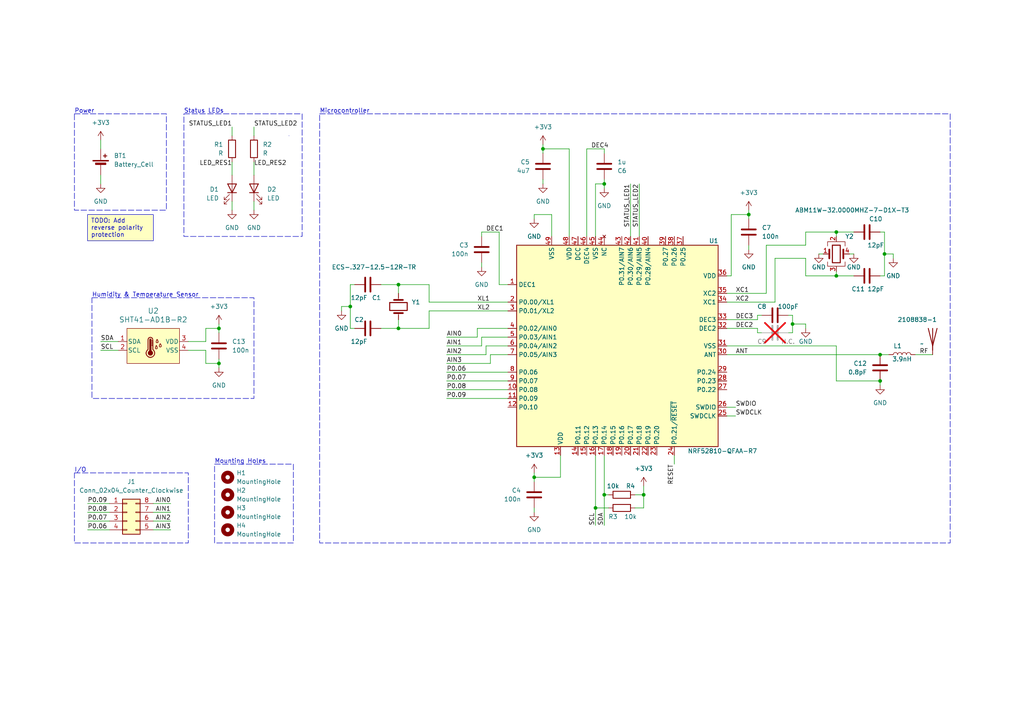
<source format=kicad_sch>
(kicad_sch (version 20230121) (generator eeschema)
  (paper "A4")
  (lib_symbols
    (symbol "Connector_Generic:Conn_02x04_Counter_Clockwise" (pin_names (offset 1.016) hide)
      (property "Reference" "J" (at 1.27 5.08 0))
      (property "Value" "Conn_02x04_Counter_Clockwise" (at 1.27 -7.62 0))
      (symbol "Conn_02x04_Counter_Clockwise_1_1"
        (rectangle (start -1.27 -4.953) (end 0 -5.207) (stroke (width 0.1524)))
        (rectangle (start -1.27 -2.413) (end 0 -2.667) (stroke (width 0.1524)))
        (rectangle (start -1.27 0.127) (end 0 -0.127) (stroke (width 0.1524)))
        (rectangle (start -1.27 2.667) (end 0 2.413) (stroke (width 0.1524)))
        (rectangle (start -1.27 3.81) (end 3.81 -6.35) (stroke (width 0.254)) (fill (type background)))
        (rectangle (start 3.81 -4.953) (end 2.54 -5.207) (stroke (width 0.1524)))
        (rectangle (start 3.81 -2.413) (end 2.54 -2.667) (stroke (width 0.1524)))
        (rectangle (start 3.81 0.127) (end 2.54 -0.127) (stroke (width 0.1524)))
        (rectangle (start 3.81 2.667) (end 2.54 2.413) (stroke (width 0.1524)))
        (pin passive line (at -5.08 2.54 0) (length 3.81) (name "Pin_1") (number "1"))
        (pin passive line (at -5.08 0 0) (length 3.81) (name "Pin_2") (number "2"))
        (pin passive line (at -5.08 -2.54 0) (length 3.81) (name "Pin_3") (number "3"))
        (pin passive line (at -5.08 -5.08 0) (length 3.81) (name "Pin_4") (number "4"))
        (pin passive line (at 7.62 -5.08 180) (length 3.81) (name "Pin_5") (number "5"))
        (pin passive line (at 7.62 -2.54 180) (length 3.81) (name "Pin_6") (number "6"))
        (pin passive line (at 7.62 0 180) (length 3.81) (name "Pin_7") (number "7"))
        (pin passive line (at 7.62 2.54 180) (length 3.81) (name "Pin_8") (number "8"))
      )
    )
    (symbol "Device:Antenna" (pin_numbers hide) (pin_names (offset 1.016) hide)
      (property "Reference" "AE" (at -1.905 1.905 0))
      (property "Value" "Antenna" (at -1.905 0 0))
      (symbol "Antenna_0_1"
        (polyline (pts (xy 0 2.54) (xy 0 -3.81)) (stroke (width 0.254)))
        (polyline (pts (xy 1.27 2.54) (xy 0 -2.54) (xy -1.27 2.54)) (stroke (width 0.254)))
      )
      (symbol "Antenna_1_1"
        (pin input line (at 0 -5.08 90) (length 2.54) (name "A") (number "1"))
      )
    )
    (symbol "Device:Battery_Cell" (pin_numbers hide) (pin_names (offset 0) hide)
      (property "Reference" "BT" (at 2.54 2.54 0))
      (property "Value" "Battery_Cell" (at 2.54 0 0))
      (symbol "Battery_Cell_0_1"
        (rectangle (start -2.286 1.778) (end 2.286 1.524) (fill (type outline)))
        (rectangle (start -1.524 1.016) (end 1.524 0.508) (fill (type outline)))
        (polyline (pts (xy 0 0.762) (xy 0 0)))
        (polyline (pts (xy 0 1.778) (xy 0 2.54)))
        (polyline (pts (xy 0.762 3.048) (xy 1.778 3.048)) (stroke (width 0.254)))
        (polyline (pts (xy 1.27 3.556) (xy 1.27 2.54)) (stroke (width 0.254)))
      )
      (symbol "Battery_Cell_1_1"
        (pin passive line (at 0 5.08 270) (length 2.54) (name "+") (number "1"))
        (pin passive line (at 0 -2.54 90) (length 2.54) (name "-") (number "2"))
      )
    )
    (symbol "Device:C" (pin_numbers hide) (pin_names (offset 0.254))
      (property "Reference" "C" (at 0.635 2.54 0))
      (property "Value" "C" (at 0.635 -2.54 0))
      (symbol "C_0_1"
        (polyline (pts (xy -2.032 -0.762) (xy 2.032 -0.762)) (stroke (width 0.508)))
        (polyline (pts (xy -2.032 0.762) (xy 2.032 0.762)) (stroke (width 0.508)))
      )
      (symbol "C_1_1"
        (pin passive line (at 0 3.81 270) (length 2.794) (name "~") (number "1"))
        (pin passive line (at 0 -3.81 90) (length 2.794) (name "~") (number "2"))
      )
    )
    (symbol "Device:Crystal" (pin_numbers hide) (pin_names (offset 1.016) hide)
      (property "Reference" "Y" (at 0 3.81 0))
      (property "Value" "Crystal" (at 0 -3.81 0))
      (symbol "Crystal_0_1"
        (rectangle (start -1.143 2.54) (end 1.143 -2.54) (stroke (width 0.3048)))
        (polyline (pts (xy -2.54 0) (xy -1.905 0)))
        (polyline (pts (xy -1.905 -1.27) (xy -1.905 1.27)) (stroke (width 0.508)))
        (polyline (pts (xy 1.905 -1.27) (xy 1.905 1.27)) (stroke (width 0.508)))
        (polyline (pts (xy 2.54 0) (xy 1.905 0)))
      )
      (symbol "Crystal_1_1"
        (pin passive line (at -3.81 0 0) (length 1.27) (name "1") (number "1"))
        (pin passive line (at 3.81 0 180) (length 1.27) (name "2") (number "2"))
      )
    )
    (symbol "Device:Crystal_GND23" (pin_names (offset 1.016) hide)
      (property "Reference" "Y" (at 3.175 5.08 0))
      (property "Value" "Crystal_GND23" (at 3.175 3.175 0))
      (symbol "Crystal_GND23_0_1"
        (rectangle (start -1.143 2.54) (end 1.143 -2.54) (stroke (width 0.3048)))
        (polyline (pts (xy -2.54 0) (xy -2.032 0)))
        (polyline (pts (xy -2.032 -1.27) (xy -2.032 1.27)) (stroke (width 0.508)))
        (polyline (pts (xy 0 -3.81) (xy 0 -3.556)))
        (polyline (pts (xy 0 3.556) (xy 0 3.81)))
        (polyline (pts (xy 2.032 -1.27) (xy 2.032 1.27)) (stroke (width 0.508)))
        (polyline (pts (xy 2.032 0) (xy 2.54 0)))
        (polyline (pts (xy -2.54 -2.286) (xy -2.54 -3.556) (xy 2.54 -3.556) (xy 2.54 -2.286)))
        (polyline (pts (xy -2.54 2.286) (xy -2.54 3.556) (xy 2.54 3.556) (xy 2.54 2.286)))
      )
      (symbol "Crystal_GND23_1_1"
        (pin passive line (at -3.81 0 0) (length 1.27) (name "1") (number "1"))
        (pin passive line (at 0 5.08 270) (length 1.27) (name "2") (number "2"))
        (pin passive line (at 0 -5.08 90) (length 1.27) (name "3") (number "3"))
        (pin passive line (at 3.81 0 180) (length 1.27) (name "4") (number "4"))
      )
    )
    (symbol "Device:L" (pin_numbers hide) (pin_names (offset 1.016) hide)
      (property "Reference" "L" (at -1.27 0 90))
      (property "Value" "L" (at 1.905 0 90))
      (symbol "L_0_1"
        (arc (start 0 -2.54) (mid 0.6323 -1.905) (end 0 -1.27))
        (arc (start 0 -1.27) (mid 0.6323 -0.635) (end 0 0))
        (arc (start 0 0) (mid 0.6323 0.635) (end 0 1.27))
        (arc (start 0 1.27) (mid 0.6323 1.905) (end 0 2.54))
      )
      (symbol "L_1_1"
        (pin passive line (at 0 3.81 270) (length 1.27) (name "1") (number "1"))
        (pin passive line (at 0 -3.81 90) (length 1.27) (name "2") (number "2"))
      )
    )
    (symbol "Device:LED" (pin_numbers hide) (pin_names (offset 1.016) hide)
      (property "Reference" "D" (at 0 2.54 0))
      (property "Value" "LED" (at 0 -2.54 0))
      (symbol "LED_0_1"
        (polyline (pts (xy -1.27 -1.27) (xy -1.27 1.27)) (stroke (width 0.254)))
        (polyline (pts (xy -1.27 0) (xy 1.27 0)))
        (polyline (pts (xy 1.27 -1.27) (xy 1.27 1.27) (xy -1.27 0) (xy 1.27 -1.27)) (stroke (width 0.254)))
        (polyline (pts (xy -3.048 -0.762) (xy -4.572 -2.286) (xy -3.81 -2.286) (xy -4.572 -2.286) (xy -4.572 -1.524)))
        (polyline (pts (xy -1.778 -0.762) (xy -3.302 -2.286) (xy -2.54 -2.286) (xy -3.302 -2.286) (xy -3.302 -1.524)))
      )
      (symbol "LED_1_1"
        (pin passive line (at -3.81 0 0) (length 2.54) (name "K") (number "1"))
        (pin passive line (at 3.81 0 180) (length 2.54) (name "A") (number "2"))
      )
    )
    (symbol "Device:R" (pin_numbers hide) (pin_names (offset 0))
      (property "Reference" "R" (at 2.032 0 90))
      (property "Value" "R" (at 0 0 90))
      (symbol "R_0_1"
        (rectangle (start -1.016 -2.54) (end 1.016 2.54) (stroke (width 0.254)))
      )
      (symbol "R_1_1"
        (pin passive line (at 0 3.81 270) (length 1.27) (name "~") (number "1"))
        (pin passive line (at 0 -3.81 90) (length 1.27) (name "~") (number "2"))
      )
    )
    (symbol "Mechanical:MountingHole" (pin_names (offset 1.016))
      (property "Reference" "H" (at 0 5.08 0))
      (property "Value" "MountingHole" (at 0 3.175 0))
      (symbol "MountingHole_0_1"
        (circle (center 0 0) (radius 1.27) (stroke (width 1.27)))
      )
    )
    (symbol "encyclopedia_galactica:NRF52810-QFAA-R7"
      (property "Reference" "U" (at 0 54.61 0))
      (property "Value" "NRF52810-QFAA-R7" (at 0 52.07 0))
      (symbol "NRF52810-QFAA-R7_0_1"
        (rectangle (start -29.21 29.21) (end 29.21 -29.21) (stroke (width 0.254)) (fill (type background)))
      )
      (symbol "NRF52810-QFAA-R7_1_1"
        (pin passive line (at -31.75 17.78 0) (length 2.54) (name "DEC1") (number "1"))
        (pin bidirectional line (at -31.75 -12.7 0) (length 2.54) (name "P0.08") (number "10"))
        (pin bidirectional line (at -31.75 -15.24 0) (length 2.54) (name "P0.09") (number "11"))
        (pin bidirectional line (at -31.75 -17.78 0) (length 2.54) (name "P0.10") (number "12"))
        (pin power_in line (at -16.51 -31.75 90) (length 2.54) (name "VDD") (number "13"))
        (pin bidirectional line (at -11.43 -31.75 90) (length 2.54) (name "P0.11") (number "14"))
        (pin bidirectional line (at -8.89 -31.75 90) (length 2.54) (name "P0.12") (number "15"))
        (pin bidirectional line (at -6.35 -31.75 90) (length 2.54) (name "P0.13") (number "16"))
        (pin bidirectional line (at -3.81 -31.75 90) (length 2.54) (name "P0.14") (number "17"))
        (pin bidirectional line (at -1.27 -31.75 90) (length 2.54) (name "P0.15") (number "18"))
        (pin bidirectional line (at 1.27 -31.75 90) (length 2.54) (name "P0.16") (number "19"))
        (pin bidirectional line (at -31.75 12.7 0) (length 2.54) (name "P0.00/XL1") (number "2"))
        (pin bidirectional line (at 3.81 -31.75 90) (length 2.54) (name "P0.17") (number "20"))
        (pin bidirectional line (at 6.35 -31.75 90) (length 2.54) (name "P0.18") (number "21"))
        (pin bidirectional line (at 8.89 -31.75 90) (length 2.54) (name "P0.19") (number "22"))
        (pin bidirectional line (at 11.43 -31.75 90) (length 2.54) (name "P0.20") (number "23"))
        (pin bidirectional line (at 16.51 -31.75 90) (length 2.54) (name "P0.21/~{RESET}") (number "24"))
        (pin input line (at 31.75 -20.32 180) (length 2.54) (name "SWDCLK") (number "25"))
        (pin bidirectional line (at 31.75 -17.78 180) (length 2.54) (name "SWDIO") (number "26"))
        (pin bidirectional line (at 31.75 -12.7 180) (length 2.54) (name "P0.22") (number "27"))
        (pin bidirectional line (at 31.75 -10.16 180) (length 2.54) (name "P0.23") (number "28"))
        (pin bidirectional line (at 31.75 -7.62 180) (length 2.54) (name "P0.24") (number "29"))
        (pin bidirectional line (at -31.75 10.16 0) (length 2.54) (name "P0.01/XL2") (number "3"))
        (pin passive line (at 31.75 -2.54 180) (length 2.54) (name "ANT") (number "30"))
        (pin power_in line (at 31.75 0 180) (length 2.54) (name "VSS") (number "31"))
        (pin passive line (at 31.75 5.08 180) (length 2.54) (name "DEC2") (number "32"))
        (pin passive line (at 31.75 7.62 180) (length 2.54) (name "DEC3") (number "33"))
        (pin input line (at 31.75 12.7 180) (length 2.54) (name "XC1") (number "34"))
        (pin input line (at 31.75 15.24 180) (length 2.54) (name "XC2") (number "35"))
        (pin passive line (at 31.75 20.32 180) (length 2.54) (name "VDD") (number "36"))
        (pin bidirectional line (at 19.05 31.75 270) (length 2.54) (name "P0.25") (number "37"))
        (pin bidirectional line (at 16.51 31.75 270) (length 2.54) (name "P0.26") (number "38"))
        (pin bidirectional line (at 13.97 31.75 270) (length 2.54) (name "P0.27") (number "39"))
        (pin bidirectional line (at -31.75 5.08 0) (length 2.54) (name "P0.02/AIN0") (number "4"))
        (pin bidirectional line (at 8.89 31.75 270) (length 2.54) (name "P0.28/AIN4") (number "40"))
        (pin bidirectional line (at 6.35 31.75 270) (length 2.54) (name "P0.29/AIN5") (number "41"))
        (pin bidirectional line (at 3.81 31.75 270) (length 2.54) (name "P0.30/AIN6") (number "42"))
        (pin bidirectional line (at 1.27 31.75 270) (length 2.54) (name "P0.31/AIN7") (number "43"))
        (pin no_connect line (at -3.81 31.75 270) (length 2.54) (name "NC") (number "44"))
        (pin passive line (at -6.35 31.75 270) (length 2.54) (name "VSS") (number "45"))
        (pin passive line (at -8.89 31.75 270) (length 2.54) (name "DEC4") (number "46"))
        (pin power_out line (at -11.43 31.75 270) (length 2.54) (name "DCC") (number "47"))
        (pin passive line (at -13.97 31.75 270) (length 2.54) (name "VDD") (number "48"))
        (pin passive line (at -19.05 31.75 270) (length 2.54) (name "VSS") (number "49"))
        (pin bidirectional line (at -31.75 2.54 0) (length 2.54) (name "P0.03/AIN1") (number "5"))
        (pin bidirectional line (at -31.75 0 0) (length 2.54) (name "P0.04/AIN2") (number "6"))
        (pin bidirectional line (at -31.75 -2.54 0) (length 2.54) (name "P0.05/AIN3") (number "7"))
        (pin bidirectional line (at -31.75 -7.62 0) (length 2.54) (name "P0.06") (number "8"))
        (pin bidirectional line (at -31.75 -10.16 0) (length 2.54) (name "P0.07") (number "9"))
      )
    )
    (symbol "encyclopedia_galactica:SHT41-AD1B-R2" (pin_names (offset 0.254))
      (property "Reference" "U" (at 0 13.97 0))
      (property "Value" "SHT41-AD1B-R2" (at 0 11.43 0))
      (symbol "SHT41-AD1B-R2_0_0"
        (polyline (pts (xy -0.7782 -2.7679) (xy -0.7538 -2.7614) (xy -0.6273 -2.7452) (xy -0.5713 -2.733) (xy -0.4386 -2.65) (xy -0.3005 -2.5149) (xy -0.1862 -2.3589) (xy -0.1253 -2.2133) (xy -0.1122 -1.9777) (xy -0.1841 -1.7536) (xy -0.3553 -1.5359) (xy -0.5465 -1.3446) (xy -0.5465 0.2882) (xy -0.5465 1.9209) (xy -0.6855 2.012) (xy -0.7691 2.0613) (xy -0.8546 2.0708) (xy -0.9634 2.012) (xy -1.1023 1.9209) (xy -1.1023 0.2767) (xy -1.1023 -1.3675) (xy -1.2424 -1.4777) (xy -1.2888 -1.5171) (xy -1.4497 -1.7284) (xy -1.5229 -1.9679) (xy -1.5126 -2.2124) (xy -1.4228 -2.4384) (xy -1.2576 -2.6226) (xy -1.0211 -2.7416) (xy -0.8813 -2.7694) (xy -0.7782 -2.7679)) (stroke (width 0.01)) (fill (type outline)))
        (polyline (pts (xy 2.1727 -0.3391) (xy 2.3119 -0.2679) (xy 2.3683 -0.175) (xy 2.3992 -0.0278) (xy 2.3871 0.0546) (xy 2.337 0.2108) (xy 2.2619 0.3868) (xy 2.177 0.5511) (xy 2.0973 0.6727) (xy 2.0379 0.7202) (xy 1.9994 0.6955) (xy 1.9245 0.5928) (xy 1.8393 0.4391) (xy 1.7593 0.2658) (xy 1.6999 0.1045) (xy 1.6767 -0.0135) (xy 1.6805 -0.0349) (xy 1.7878 -0.0349) (xy 1.7977 0.0177) (xy 1.8421 0.1542) (xy 1.9103 0.3256) (xy 2.0328 0.6103) (xy 2.1597 0.3359) (xy 2.2226 0.1922) (xy 2.2764 0.0231) (xy 2.275 -0.0919) (xy 2.2213 -0.1774) (xy 2.1655 -0.214) (xy 2.0379 -0.2441) (xy 1.9584 -0.2324) (xy 1.8367 -0.1559) (xy 1.7878 -0.0349) (xy 1.6805 -0.0349) (xy 1.6952 -0.1171) (xy 1.7686 -0.2536) (xy 1.8305 -0.3015) (xy 1.9945 -0.3498) (xy 2.1727 -0.3391)) (stroke (width 0.01)) (fill (type outline)))
        (polyline (pts (xy 1.2779 0.8852) (xy 1.3876 0.9342) (xy 1.439 1.0346) (xy 1.4494 1.2197) (xy 1.4056 1.4476) (xy 1.3104 1.6903) (xy 1.2438 1.815) (xy 1.1682 1.9333) (xy 1.1209 1.9791) (xy 1.087 1.9506) (xy 1.016 1.8457) (xy 0.9313 1.6903) (xy 0.8493 1.4902) (xy 0.7962 1.2577) (xy 0.7964 1.2083) (xy 0.8985 1.2083) (xy 0.907 1.2863) (xy 0.947 1.4367) (xy 1.0063 1.5899) (xy 1.0699 1.7089) (xy 1.1227 1.7568) (xy 1.1687 1.7194) (xy 1.2295 1.6057) (xy 1.286 1.4514) (xy 1.3252 1.2933) (xy 1.3338 1.1679) (xy 1.3235 1.1054) (xy 1.2709 1.0212) (xy 1.1467 0.9899) (xy 1.1356 0.9889) (xy 0.987 0.994) (xy 0.9164 1.0597) (xy 0.8985 1.2083) (xy 0.7964 1.2083) (xy 0.7968 1.063) (xy 0.8541 0.9342) (xy 0.9555 0.8871) (xy 1.116 0.8695) (xy 1.2779 0.8852)) (stroke (width 0.01)) (fill (type outline)))
        (polyline (pts (xy 1.1245 -0.8535) (xy 1.1312 -0.8498) (xy 1.2085 -0.7577) (xy 1.2315 -0.5895) (xy 1.2238 -0.507) (xy 1.1823 -0.3342) (xy 1.116 -0.1464) (xy 1.038 0.0259) (xy 0.9612 0.1517) (xy 0.8985 0.2005) (xy 0.864 0.1827) (xy 0.7914 0.0847) (xy 0.7123 -0.0722) (xy 0.6397 -0.2572) (xy 0.5864 -0.4397) (xy 0.5682 -0.5702) (xy 0.6762 -0.5702) (xy 0.6847 -0.4923) (xy 0.7246 -0.3419) (xy 0.784 -0.1887) (xy 0.8476 -0.0697) (xy 0.9004 -0.0218) (xy 0.9464 -0.0591) (xy 1.0072 -0.1728) (xy 1.0637 -0.3271) (xy 1.1029 -0.4853) (xy 1.1115 -0.6106) (xy 1.1012 -0.6731) (xy 1.0485 -0.7574) (xy 0.9243 -0.7887) (xy 0.9133 -0.7897) (xy 0.7647 -0.7846) (xy 0.6941 -0.7188) (xy 0.6762 -0.5702) (xy 0.5682 -0.5702) (xy 0.5656 -0.5887) (xy 0.5845 -0.7427) (xy 0.6623 -0.851) (xy 0.7257 -0.88) (xy 0.9286 -0.906) (xy 1.1245 -0.8535)) (stroke (width 0.01)) (fill (type outline)))
        (polyline (pts (xy -0.5545 -3.3797) (xy -0.2175 -3.2426) (xy 0.0945 -2.9972) (xy 0.1243 -2.9669) (xy 0.3463 -2.6832) (xy 0.4707 -2.3844) (xy 0.5089 -2.044) (xy 0.476 -1.8294) (xy 0.3828 -1.5698) (xy 0.2505 -1.3237) (xy 0.1 -1.1376) (xy -0.0463 -1.0029) (xy -0.0464 0.4742) (xy -0.0467 0.7893) (xy -0.0488 1.1761) (xy -0.0534 1.4752) (xy -0.0614 1.7005) (xy -0.0736 1.8661) (xy -0.0909 1.986) (xy -0.1139 2.0742) (xy -0.1437 2.1447) (xy -0.2598 2.3183) (xy -0.4689 2.4887) (xy -0.7142 2.5745) (xy -0.9722 2.5687) (xy -1.2192 2.4643) (xy -1.2384 2.4513) (xy -1.3421 2.3751) (xy -1.424 2.294) (xy -1.4867 2.1948) (xy -1.5327 2.0641) (xy -1.5646 1.8887) (xy -1.585 1.6553) (xy -1.5964 1.3506) (xy -1.6014 0.9613) (xy -1.6025 0.4742) (xy -1.6026 -1.0029) (xy -1.7489 -1.1376) (xy -1.8907 -1.3105) (xy -2.0247 -1.5544) (xy -2.1208 -1.8145) (xy -2.1578 -2.044) (xy -2.1575 -2.0827) (xy -2.138 -2.2218) (xy -1.9808 -2.2218) (xy -1.9707 -1.897) (xy -1.8626 -1.5804) (xy -1.6554 -1.2905) (xy -1.4358 -1.0597) (xy -1.4358 0.4346) (xy -1.4358 0.4797) (xy -1.4346 0.9365) (xy -1.4309 1.2963) (xy -1.424 1.572) (xy -1.4133 1.7764) (xy -1.398 1.9226) (xy -1.3777 2.0235) (xy -1.3515 2.0921) (xy -1.3513 2.0925) (xy -1.216 2.2564) (xy -1.0244 2.3768) (xy -0.8244 2.4237) (xy -0.7891 2.4224) (xy -0.5709 2.3561) (xy -0.3871 2.2073) (xy -0.2603 2.0002) (xy -0.2131 1.7595) (xy -0.2144 1.7118) (xy -0.2434 1.6157) (xy -0.3242 1.59) (xy -0.389 1.5745) (xy -0.4354 1.5066) (xy -0.4147 1.458) (xy -0.3242 1.4233) (xy -0.2391 1.3933) (xy -0.2131 1.2843) (xy -0.237 1.1779) (xy -0.3242 1.1454) (xy -0.389 1.1299) (xy -0.4354 1.062) (xy -0.4147 1.0134) (xy -0.3242 0.9786) (xy -0.2391 0.9486) (xy -0.2131 0.8397) (xy -0.237 0.7333) (xy -0.3242 0.7007) (xy -0.389 0.6853) (xy -0.4354 0.6174) (xy -0.4147 0.5687) (xy -0.3242 0.534) (xy -0.2391 0.504) (xy -0.2131 0.395) (xy -0.237 0.2887) (xy -0.3242 0.2561) (xy -0.389 0.2406) (xy -0.4354 0.1727) (xy -0.4147 0.1241) (xy -0.3242 0.0894) (xy -0.3128 0.0892) (xy -0.2667 0.0778) (xy -0.2375 0.0345) (xy -0.2213 -0.0606) (xy -0.2145 -0.2272) (xy -0.2131 -0.4852) (xy -0.2131 -1.0597) (xy 0.0065 -1.2905) (xy 0.1132 -1.418) (xy 0.2758 -1.7239) (xy 0.3386 -2.0486) (xy 0.3025 -2.3736) (xy 0.168 -2.6806) (xy -0.0639 -2.9511) (xy -0.1168 -2.9941) (xy -0.3007 -3.1115) (xy -0.4755 -3.1865) (xy -0.586 -3.2131) (xy -0.9384 -3.2355) (xy -1.2628 -3.1514) (xy -1.568 -2.9592) (xy -1.7106 -2.8208) (xy -1.8938 -2.5359) (xy -1.9808 -2.2218) (xy -2.138 -2.2218) (xy -2.1106 -2.4174) (xy -1.9764 -2.7137) (xy -1.7434 -2.9978) (xy -1.5826 -3.142) (xy -1.4085 -3.2682) (xy -1.2691 -3.3395) (xy -0.9161 -3.4084) (xy -0.5545 -3.3797)) (stroke (width 0.01)) (fill (type outline)))
      )
      (symbol "SHT41-AD1B-R2_1_1"
        (rectangle (start -7.62 5.08) (end 7.62 -5.08) (fill (type background)))
        (pin bidirectional line (at -10.16 1.27 0) (length 2.54) (name "SDA") (number "1"))
        (pin input line (at -10.16 -1.27 0) (length 2.54) (name "SCL") (number "2"))
        (pin power_in line (at 10.16 1.27 180) (length 2.54) (name "VDD") (number "3"))
        (pin power_out line (at 10.16 -1.27 180) (length 2.54) (name "VSS") (number "4"))
      )
    )
    (symbol "power:+3V3" (power) (pin_names (offset 0))
      (property "Value" "+3V3" (at 0 3.556 0))
      (symbol "+3V3_0_1"
        (polyline (pts (xy -0.762 1.27) (xy 0 2.54)))
        (polyline (pts (xy 0 0) (xy 0 2.54)))
        (polyline (pts (xy 0 2.54) (xy 0.762 1.27)))
      )
      (symbol "+3V3_1_1"
        (pin power_in line (at 0 0 90) (length 0) hide (name "+3V3") (number "1"))
      )
    )
    (symbol "power:GND" (power) (pin_names (offset 0))
      (property "Value" "GND" (at 0 -3.81 0))
      (symbol "GND_0_1"
        (polyline (pts (xy 0 0) (xy 0 -1.27) (xy 1.27 -1.27) (xy 0 -2.54) (xy -1.27 -1.27) (xy 0 -1.27)))
      )
      (symbol "GND_1_1"
        (pin power_in line (at 0 0 270) (length 0) hide (name "GND") (number "1"))
      )
    )
  )
  (junction (at 242.57 67.31))
  (junction (at 175.26 143.51))
  (junction (at 255.27 110.49))
  (junction (at 175.26 53.34))
  (junction (at 186.69 143.51))
  (junction (at 255.27 102.87))
  (junction (at 115.57 95.25))
  (junction (at 63.5 105.41))
  (junction (at 154.94 138.43))
  (junction (at 217.17 62.23))
  (junction (at 242.57 80.01))
  (junction (at 101.6 88.9))
  (junction (at 229.87 93.98))
  (junction (at 115.57 82.55))
  (junction (at 63.5 95.25))
  (junction (at 256.54 73.66))
  (junction (at 157.48 43.18))
  (junction (at 172.72 147.32))
  (wire (pts (xy 129.54 100.33) (xy 139.7 100.33)))
  (wire (pts (xy 139.7 76.2) (xy 139.7 77.47)))
  (wire (pts (xy 101.6 95.25) (xy 101.6 88.9)))
  (wire (pts (xy 175.26 52.07) (xy 175.26 53.34)))
  (wire (pts (xy 242.57 80.01) (xy 242.57 78.74)))
  (wire (pts (xy 212.09 80.01) (xy 210.82 80.01)))
  (wire (pts (xy 29.21 101.6) (xy 34.29 101.6)))
  (wire (pts (xy 147.32 97.79) (xy 139.7 97.79)))
  (wire (pts (xy 222.25 71.12) (xy 222.25 85.09)))
  (wire (pts (xy 157.48 52.07) (xy 157.48 53.34)))
  (wire (pts (xy 129.54 115.57) (xy 147.32 115.57)))
  (wire (pts (xy 233.68 93.98) (xy 229.87 93.98)))
  (wire (pts (xy 184.15 143.51) (xy 186.69 143.51)))
  (wire (pts (xy 224.79 74.93) (xy 233.68 74.93)))
  (wire (pts (xy 63.5 93.98) (xy 63.5 95.25)))
  (wire (pts (xy 115.57 82.55) (xy 115.57 85.09)))
  (wire (pts (xy 124.46 82.55) (xy 124.46 87.63)))
  (wire (pts (xy 265.43 102.87) (xy 270.51 102.87)))
  (wire (pts (xy 29.21 50.8) (xy 29.21 53.34)))
  (wire (pts (xy 172.72 147.32) (xy 176.53 147.32)))
  (wire (pts (xy 182.88 53.34) (xy 182.88 68.58)))
  (wire (pts (xy 140.97 100.33) (xy 140.97 102.87)))
  (wire (pts (xy 44.45 151.13) (xy 49.53 151.13)))
  (wire (pts (xy 59.69 95.25) (xy 63.5 95.25)))
  (wire (pts (xy 175.26 143.51) (xy 175.26 152.4)))
  (wire (pts (xy 256.54 80.01) (xy 256.54 73.66)))
  (wire (pts (xy 220.98 96.52) (xy 219.71 96.52)))
  (wire (pts (xy 185.42 53.34) (xy 185.42 68.58)))
  (wire (pts (xy 67.31 36.83) (xy 67.31 39.37)))
  (wire (pts (xy 175.26 143.51) (xy 176.53 143.51)))
  (wire (pts (xy 102.87 95.25) (xy 101.6 95.25)))
  (wire (pts (xy 154.94 147.32) (xy 154.94 148.59)))
  (wire (pts (xy 129.54 102.87) (xy 140.97 102.87)))
  (wire (pts (xy 129.54 107.95) (xy 147.32 107.95)))
  (wire (pts (xy 129.54 110.49) (xy 147.32 110.49)))
  (wire (pts (xy 139.7 68.58) (xy 139.7 67.31)))
  (wire (pts (xy 29.21 40.64) (xy 29.21 43.18)))
  (wire (pts (xy 154.94 138.43) (xy 162.56 138.43)))
  (wire (pts (xy 144.78 82.55) (xy 144.78 67.31)))
  (wire (pts (xy 144.78 67.31) (xy 139.7 67.31)))
  (wire (pts (xy 172.72 147.32) (xy 172.72 152.4)))
  (wire (pts (xy 147.32 95.25) (xy 138.43 95.25)))
  (wire (pts (xy 233.68 95.25) (xy 233.68 93.98)))
  (wire (pts (xy 255.27 102.87) (xy 257.81 102.87)))
  (wire (pts (xy 229.87 93.98) (xy 229.87 96.52)))
  (wire (pts (xy 59.69 99.06) (xy 59.69 95.25)))
  (wire (pts (xy 44.45 153.67) (xy 49.53 153.67)))
  (wire (pts (xy 217.17 60.96) (xy 217.17 62.23)))
  (wire (pts (xy 63.5 95.25) (xy 63.5 96.52)))
  (wire (pts (xy 242.57 67.31) (xy 233.68 67.31)))
  (wire (pts (xy 238.76 73.66) (xy 237.49 73.66)))
  (wire (pts (xy 170.18 43.18) (xy 170.18 68.58)))
  (wire (pts (xy 129.54 113.03) (xy 147.32 113.03)))
  (wire (pts (xy 220.98 91.44) (xy 219.71 91.44)))
  (wire (pts (xy 154.94 138.43) (xy 154.94 139.7)))
  (wire (pts (xy 165.1 43.18) (xy 157.48 43.18)))
  (wire (pts (xy 228.6 91.44) (xy 229.87 91.44)))
  (wire (pts (xy 25.4 148.59) (xy 31.75 148.59)))
  (wire (pts (xy 154.94 137.16) (xy 154.94 138.43)))
  (wire (pts (xy 210.82 100.33) (xy 242.57 100.33)))
  (wire (pts (xy 99.06 90.17) (xy 99.06 88.9)))
  (wire (pts (xy 210.82 102.87) (xy 255.27 102.87)))
  (wire (pts (xy 110.49 82.55) (xy 115.57 82.55)))
  (wire (pts (xy 142.24 102.87) (xy 142.24 105.41)))
  (wire (pts (xy 139.7 97.79) (xy 139.7 100.33)))
  (wire (pts (xy 157.48 41.91) (xy 157.48 43.18)))
  (wire (pts (xy 25.4 151.13) (xy 31.75 151.13)))
  (wire (pts (xy 165.1 68.58) (xy 165.1 43.18)))
  (wire (pts (xy 172.72 132.08) (xy 172.72 147.32)))
  (wire (pts (xy 224.79 74.93) (xy 224.79 87.63)))
  (wire (pts (xy 184.15 147.32) (xy 186.69 147.32)))
  (wire (pts (xy 186.69 143.51) (xy 186.69 140.97)))
  (wire (pts (xy 175.26 132.08) (xy 175.26 143.51)))
  (wire (pts (xy 242.57 67.31) (xy 242.57 68.58)))
  (wire (pts (xy 256.54 67.31) (xy 255.27 67.31)))
  (wire (pts (xy 233.68 80.01) (xy 242.57 80.01)))
  (wire (pts (xy 73.66 58.42) (xy 73.66 60.96)))
  (wire (pts (xy 195.58 132.08) (xy 195.58 134.62)))
  (wire (pts (xy 242.57 100.33) (xy 242.57 110.49)))
  (wire (pts (xy 247.65 73.66) (xy 246.38 73.66)))
  (wire (pts (xy 217.17 62.23) (xy 217.17 63.5)))
  (wire (pts (xy 138.43 95.25) (xy 138.43 97.79)))
  (wire (pts (xy 242.57 110.49) (xy 255.27 110.49)))
  (wire (pts (xy 115.57 95.25) (xy 124.46 95.25)))
  (wire (pts (xy 25.4 146.05) (xy 31.75 146.05)))
  (wire (pts (xy 210.82 95.25) (xy 219.71 95.25)))
  (wire (pts (xy 217.17 71.12) (xy 217.17 72.39)))
  (wire (pts (xy 25.4 153.67) (xy 31.75 153.67)))
  (wire (pts (xy 63.5 105.41) (xy 63.5 106.68)))
  (wire (pts (xy 157.48 43.18) (xy 157.48 44.45)))
  (wire (pts (xy 259.08 74.93) (xy 259.08 73.66)))
  (wire (pts (xy 124.46 87.63) (xy 147.32 87.63)))
  (wire (pts (xy 124.46 90.17) (xy 147.32 90.17)))
  (wire (pts (xy 67.31 58.42) (xy 67.31 60.96)))
  (wire (pts (xy 160.02 62.23) (xy 154.94 62.23)))
  (wire (pts (xy 67.31 46.99) (xy 67.31 50.8)))
  (wire (pts (xy 44.45 146.05) (xy 49.53 146.05)))
  (wire (pts (xy 115.57 82.55) (xy 124.46 82.55)))
  (wire (pts (xy 210.82 92.71) (xy 219.71 92.71)))
  (wire (pts (xy 212.09 62.23) (xy 217.17 62.23)))
  (wire (pts (xy 175.26 43.18) (xy 175.26 44.45)))
  (wire (pts (xy 228.6 96.52) (xy 229.87 96.52)))
  (wire (pts (xy 255.27 80.01) (xy 256.54 80.01)))
  (wire (pts (xy 138.43 97.79) (xy 129.54 97.79)))
  (wire (pts (xy 124.46 95.25) (xy 124.46 90.17)))
  (wire (pts (xy 175.26 53.34) (xy 175.26 54.61)))
  (wire (pts (xy 210.82 120.65) (xy 213.36 120.65)))
  (wire (pts (xy 101.6 88.9) (xy 101.6 82.55)))
  (wire (pts (xy 170.18 43.18) (xy 175.26 43.18)))
  (wire (pts (xy 73.66 46.99) (xy 73.66 50.8)))
  (wire (pts (xy 147.32 102.87) (xy 142.24 102.87)))
  (wire (pts (xy 186.69 147.32) (xy 186.69 143.51)))
  (wire (pts (xy 63.5 104.14) (xy 63.5 105.41)))
  (wire (pts (xy 224.79 87.63) (xy 210.82 87.63)))
  (wire (pts (xy 219.71 95.25) (xy 219.71 96.52)))
  (wire (pts (xy 233.68 67.31) (xy 233.68 71.12)))
  (wire (pts (xy 142.24 105.41) (xy 129.54 105.41)))
  (wire (pts (xy 44.45 148.59) (xy 49.53 148.59)))
  (wire (pts (xy 255.27 110.49) (xy 255.27 111.76)))
  (wire (pts (xy 54.61 99.06) (xy 59.69 99.06)))
  (wire (pts (xy 256.54 73.66) (xy 256.54 67.31)))
  (wire (pts (xy 172.72 53.34) (xy 175.26 53.34)))
  (wire (pts (xy 259.08 73.66) (xy 256.54 73.66)))
  (wire (pts (xy 59.69 101.6) (xy 59.69 105.41)))
  (wire (pts (xy 154.94 62.23) (xy 154.94 63.5)))
  (wire (pts (xy 160.02 68.58) (xy 160.02 62.23)))
  (wire (pts (xy 147.32 82.55) (xy 144.78 82.55)))
  (wire (pts (xy 73.66 36.83) (xy 73.66 39.37)))
  (wire (pts (xy 233.68 80.01) (xy 233.68 74.93)))
  (wire (pts (xy 247.65 67.31) (xy 242.57 67.31)))
  (wire (pts (xy 54.61 101.6) (xy 59.69 101.6)))
  (wire (pts (xy 229.87 91.44) (xy 229.87 93.98)))
  (wire (pts (xy 115.57 92.71) (xy 115.57 95.25)))
  (wire (pts (xy 29.21 99.06) (xy 34.29 99.06)))
  (wire (pts (xy 110.49 95.25) (xy 115.57 95.25)))
  (wire (pts (xy 147.32 100.33) (xy 140.97 100.33)))
  (wire (pts (xy 59.69 105.41) (xy 63.5 105.41)))
  (wire (pts (xy 162.56 132.08) (xy 162.56 138.43)))
  (wire (pts (xy 212.09 62.23) (xy 212.09 80.01)))
  (wire (pts (xy 172.72 53.34) (xy 172.72 68.58)))
  (wire (pts (xy 210.82 118.11) (xy 213.36 118.11)))
  (wire (pts (xy 222.25 71.12) (xy 233.68 71.12)))
  (wire (pts (xy 99.06 88.9) (xy 101.6 88.9)))
  (wire (pts (xy 247.65 80.01) (xy 242.57 80.01)))
  (wire (pts (xy 210.82 85.09) (xy 222.25 85.09)))
  (wire (pts (xy 101.6 82.55) (xy 102.87 82.55)))
  (wire (pts (xy 219.71 91.44) (xy 219.71 92.71)))
  (rectangle (start 53.34 33.02) (end 87.63 68.58) (stroke (width 0) (type dash)))
  (rectangle (start 21.59 137.16) (end 54.61 157.48) (stroke (width 0) (type dash)))
  (rectangle (start 21.59 33.02) (end 48.26 60.96) (stroke (width 0) (type dash)))
  (rectangle (start 92.71 33.02) (end 275.59 157.48) (stroke (width 0) (type dash)))
  (rectangle (start 26.67 86.36) (end 73.66 115.57) (stroke (width 0) (type dash)))
  (rectangle (start 62.23 134.62) (end 85.09 157.48) (stroke (width 0) (type dash)))
  (rectangle (start 83.82 39.37) (end 83.82 39.37))
  (text_box "TODO: Add reverse polarity protection" (at 25.4 62.23 0) (size 19.05 7.62) (fill (type color) (color 255 255 194 1)) (effects (font (size 1.27 1.27)) (justify left top)))
  (text "Humidity & Temperature Sensor" (at 26.67 86.36 0) (effects (font (size 1.27 1.27)) (justify left bottom)))
  (text "Microcontroller" (at 92.71 33.02 0) (effects (font (size 1.27 1.27)) (justify left bottom)))
  (text "Mounting Holes" (at 62.23 134.62 0) (effects (font (size 1.27 1.27)) (justify left bottom)))
  (text "I/O" (at 21.59 137.16 0) (effects (font (size 1.27 1.27)) (justify left bottom)))
  (text "Status LEDs" (at 53.34 33.02 0) (effects (font (size 1.27 1.27)) (justify left bottom)))
  (text "Power" (at 21.59 33.02 0) (effects (font (size 1.27 1.27)) (justify left bottom)))
  (label "P0.06" (at 25.4 153.67 0))
  (label "ANT" (at 213.36 102.87 0))
  (label "AIN0" (at 129.54 97.79 0))
  (label "P0.06" (at 129.54 107.95 0))
  (label "SDA" (at 29.21 99.06 0))
  (label "SWDIO" (at 213.36 118.11 0))
  (label "XC1" (at 213.36 85.09 0))
  (label "STATUS_LED1" (at 67.31 36.83 180))
  (label "SCL" (at 172.72 152.4 90))
  (label "DEC3" (at 213.36 92.71 0))
  (label "P0.08" (at 129.54 113.03 0))
  (label "P0.09" (at 25.4 146.05 0))
  (label "RF" (at 266.7 102.87 0))
  (label "STATUS_LED2" (at 185.42 53.34 270))
  (label "AIN1" (at 49.53 148.59 180))
  (label "XL2" (at 138.43 90.17 0))
  (label "AIN3" (at 129.54 105.41 0))
  (label "AIN3" (at 49.53 153.67 180))
  (label "DEC2" (at 213.36 95.25 0))
  (label "P0.08" (at 25.4 148.59 0))
  (label "LED_RES1" (at 67.31 48.26 180))
  (label "DEC1" (at 140.97 67.31 0))
  (label "SDA" (at 175.26 152.4 90))
  (label "P0.07" (at 129.54 110.49 0))
  (label "SCL" (at 29.21 101.6 0))
  (label "P0.07" (at 25.4 151.13 0))
  (label "STATUS_LED2" (at 73.66 36.83 0))
  (label "P0.09" (at 129.54 115.57 0))
  (label "SWDCLK" (at 213.36 120.65 0))
  (label "STATUS_LED1" (at 182.88 53.34 270))
  (label "DEC4" (at 171.45 43.18 0))
  (label "AIN0" (at 49.53 146.05 180))
  (label "XL1" (at 138.43 87.63 0))
  (label "AIN2" (at 129.54 102.87 0))
  (label "XC2" (at 213.36 87.63 0))
  (label "LED_RES2" (at 73.66 48.26 0))
  (label "AIN1" (at 129.54 100.33 0))
  (label "RESET" (at 195.58 134.62 270))
  (label "AIN2" (at 49.53 151.13 180))
  (symbol (lib_id "power:GND") (at 237.49 73.66 0) (mirror y) (unit 1)
    (property "Reference" "#PWR016" (effects hide))
    (property "Value" "GND" (at 237.49 77.47 0))
  )
  (symbol (lib_id "Device:LED") (at 67.31 54.61 270) (mirror x) (unit 1)
    (property "Reference" "D1" (at 63.5 54.9275 90) (effects (justify right)))
    (property "Value" "LED" (at 63.5 57.4675 90) (effects (justify right)))
    (property "Footprint" "Resistor_SMD:R_0603_1608Metric" (effects hide))
  )
  (symbol (lib_id "power:+3V3") (at 63.5 93.98 0) (unit 1)
    (property "Reference" "#PWR020" (effects hide))
    (property "Value" "+3V3" (at 63.5 88.9 0))
  )
  (symbol (lib_id "Device:C") (at 106.68 95.25 270) (unit 1)
    (property "Reference" "C2" (at 104.14 92.71 90))
    (property "Value" "12pF" (at 104.14 99.06 90))
    (property "Footprint" "Capacitor_SMD:C_0603_1608Metric" (effects hide))
  )
  (symbol (lib_id "power:GND") (at 247.65 73.66 0) (mirror y) (unit 1)
    (property "Reference" "#PWR017" (effects hide))
    (property "Value" "GND" (at 247.65 77.47 0))
  )
  (symbol (lib_id "Device:C") (at 217.17 67.31 180) (unit 1)
    (property "Reference" "C7" (at 220.98 66.04 0) (effects (justify right)))
    (property "Value" "100n" (at 220.98 68.58 0) (effects (justify right)))
    (property "Footprint" "Capacitor_SMD:C_0603_1608Metric" (effects hide))
  )
  (symbol (lib_id "power:+3V3") (at 154.94 137.16 0) (unit 1)
    (property "Reference" "#PWR08" (effects hide))
    (property "Value" "+3V3" (at 154.94 132.08 0))
  )
  (symbol (lib_id "Device:C") (at 224.79 91.44 90) (unit 1)
    (property "Reference" "C8" (at 220.98 88.9 90))
    (property "Value" "100pF" (at 228.6 88.9 90))
    (property "Footprint" "Capacitor_SMD:C_0603_1608Metric" (effects hide))
  )
  (symbol (lib_id "power:GND") (at 255.27 111.76 0) (mirror y) (unit 1)
    (property "Reference" "#PWR018" (effects hide))
    (property "Value" "GND" (at 255.27 116.84 0))
  )
  (symbol (lib_id "power:GND") (at 73.66 60.96 0) (unit 1)
    (property "Reference" "#PWR04" (effects hide))
    (property "Value" "GND" (at 73.66 66.04 0))
  )
  (symbol (lib_id "power:GND") (at 63.5 106.68 0) (unit 1)
    (property "Reference" "#PWR021" (effects hide))
    (property "Value" "GND" (at 63.5 111.76 0))
  )
  (symbol (lib_id "power:GND") (at 139.7 77.47 0) (unit 1)
    (property "Reference" "#PWR06" (effects hide))
    (property "Value" "GND" (at 139.7 82.55 0))
  )
  (symbol (lib_id "Mechanical:MountingHole") (at 66.04 153.67 0) (unit 1)
    (property "Reference" "H4" (at 68.58 152.4 0) (effects (justify left)))
    (property "Value" "MountingHole" (at 68.58 154.94 0) (effects (justify left)))
    (property "Footprint" "MountingHole:MountingHole_2.2mm_M2" (effects hide))
  )
  (symbol (lib_id "power:GND") (at 157.48 53.34 0) (unit 1)
    (property "Reference" "#PWR011" (effects hide))
    (property "Value" "GND" (at 157.48 58.42 0))
  )
  (symbol (lib_id "power:+3V3") (at 217.17 60.96 0) (mirror y) (unit 1)
    (property "Reference" "#PWR013" (effects hide))
    (property "Value" "+3V3" (at 217.17 55.88 0))
  )
  (symbol (lib_id "Device:Crystal") (at 115.57 88.9 90) (unit 1)
    (property "Reference" "Y1" (at 119.38 87.63 90) (effects (justify right)))
    (property "Value" " ECS-.327-12.5-12R-TR " (at 95.25 77.47 90) (effects (justify right)))
    (property "Footprint" "encyclopedia_galactica:ECS-.327-12.5-12R-TR" (effects hide))
  )
  (symbol (lib_id "power:GND") (at 29.21 53.34 0) (unit 1)
    (property "Reference" "#PWR03" (effects hide))
    (property "Value" "GND" (at 29.21 58.42 0))
  )
  (symbol (lib_id "Device:C") (at 157.48 48.26 0) (mirror x) (unit 1)
    (property "Reference" "C5" (at 153.67 46.99 0) (effects (justify right)))
    (property "Value" "4u7" (at 153.67 49.53 0) (effects (justify right)))
    (property "Footprint" "Capacitor_SMD:C_0603_1608Metric" (effects hide))
  )
  (symbol (lib_id "Device:C") (at 106.68 82.55 270) (mirror x) (unit 1)
    (property "Reference" "C1" (at 109.22 86.36 90))
    (property "Value" "12pF" (at 104.14 86.36 90))
    (property "Footprint" "Capacitor_SMD:C_0603_1608Metric" (effects hide))
  )
  (symbol (lib_id "Device:C") (at 251.46 67.31 90) (unit 1)
    (property "Reference" "C10" (at 254 63.5 90))
    (property "Value" "12pF" (at 254 71.12 90))
    (property "Footprint" "Capacitor_SMD:C_0603_1608Metric" (effects hide))
  )
  (symbol (lib_id "encyclopedia_galactica:NRF52810-QFAA-R7") (at 179.07 100.33 0) (unit 1)
    (property "Reference" "U1" (at 207.01 69.85 0))
    (property "Value" "NRF52810-QFAA-R7" (at 209.55 130.81 0))
    (property "Footprint" "Package_DFN_QFN:QFN-48-1EP_6x6mm_P0.4mm_EP4.6x4.6mm" (effects hide))
    (property "Datasheet" "https://infocenter.nordicsemi.com/pdf/nRF52810_PS_v1.4.pdf" (effects hide))
  )
  (symbol (lib_id "power:GND") (at 154.94 148.59 0) (unit 1)
    (property "Reference" "#PWR09" (effects hide))
    (property "Value" "GND" (at 154.94 153.67 0))
  )
  (symbol (lib_id "power:GND") (at 175.26 54.61 0) (unit 1)
    (property "Reference" "#PWR012" (effects hide))
    (property "Value" "GND" (at 175.26 59.69 0))
  )
  (symbol (lib_id "power:+3V3") (at 29.21 40.64 0) (unit 1)
    (property "Reference" "#PWR02" (effects hide))
    (property "Value" "+3V3" (at 29.21 35.56 0))
  )
  (symbol (lib_id "Device:C") (at 63.5 100.33 0) (unit 1)
    (property "Reference" "C13" (at 67.31 99.06 0) (effects (justify left)))
    (property "Value" "100n" (at 67.31 101.6 0) (effects (justify left)))
    (property "Footprint" "Capacitor_SMD:C_0603_1608Metric" (effects hide))
  )
  (symbol (lib_id "Mechanical:MountingHole") (at 66.04 148.59 0) (unit 1)
    (property "Reference" "H3" (at 68.58 147.32 0) (effects (justify left)))
    (property "Value" "MountingHole" (at 68.58 149.86 0) (effects (justify left)))
    (property "Footprint" "MountingHole:MountingHole_2.2mm_M2" (effects hide))
  )
  (symbol (lib_id "Device:C") (at 139.7 72.39 0) (mirror x) (unit 1)
    (property "Reference" "C3" (at 135.89 71.12 0) (effects (justify right)))
    (property "Value" "100n" (at 135.89 73.66 0) (effects (justify right)))
    (property "Footprint" "Capacitor_SMD:C_0603_1608Metric" (effects hide))
  )
  (symbol (lib_id "Mechanical:MountingHole") (at 66.04 138.43 0) (unit 1)
    (property "Reference" "H1" (at 68.58 137.16 0) (effects (justify left)))
    (property "Value" "MountingHole" (at 68.58 139.7 0) (effects (justify left)))
    (property "Footprint" "MountingHole:MountingHole_2.2mm_M2" (effects hide))
  )
  (symbol (lib_id "power:+3V3") (at 157.48 41.91 0) (unit 1)
    (property "Reference" "#PWR010" (effects hide))
    (property "Value" "+3V3" (at 157.48 36.83 0))
  )
  (symbol (lib_id "Device:R") (at 180.34 147.32 90) (mirror x) (unit 1)
    (property "Reference" "R3" (at 177.8 149.86 90))
    (property "Value" "10k" (at 182.88 149.86 90))
    (property "Footprint" "Resistor_SMD:R_0603_1608Metric" (effects hide))
  )
  (symbol (lib_id "Device:C") (at 255.27 106.68 0) (mirror x) (unit 1)
    (property "Reference" "C12" (at 251.46 105.41 0) (effects (justify right)))
    (property "Value" "0.8pF" (at 251.46 107.95 0) (effects (justify right)))
    (property "Footprint" "Capacitor_SMD:C_0603_1608Metric" (effects hide))
  )
  (symbol (lib_id "Device:R") (at 67.31 43.18 0) (mirror y) (unit 1)
    (property "Reference" "R1" (at 64.77 41.91 0) (effects (justify left)))
    (property "Value" "R" (at 64.77 44.45 0) (effects (justify left)))
    (property "Footprint" "Resistor_SMD:R_0603_1608Metric" (effects hide))
  )
  (symbol (lib_id "Mechanical:MountingHole") (at 66.04 143.51 0) (unit 1)
    (property "Reference" "H2" (at 68.58 142.24 0) (effects (justify left)))
    (property "Value" "MountingHole" (at 68.58 144.78 0) (effects (justify left)))
    (property "Footprint" "MountingHole:MountingHole_2.2mm_M2" (effects hide))
  )
  (symbol (lib_id "power:GND") (at 217.17 72.39 0) (mirror y) (unit 1)
    (property "Reference" "#PWR014" (effects hide))
    (property "Value" "GND" (at 217.17 77.47 0))
  )
  (symbol (lib_id "power:GND") (at 259.08 74.93 0) (mirror y) (unit 1)
    (property "Reference" "#PWR019" (effects hide))
    (property "Value" "GND" (at 259.08 80.01 0))
  )
  (symbol (lib_id "power:GND") (at 67.31 60.96 0) (unit 1)
    (property "Reference" "#PWR01" (effects hide))
    (property "Value" "GND" (at 67.31 66.04 0))
  )
  (symbol (lib_id "Device:C") (at 175.26 48.26 0) (mirror y) (unit 1)
    (property "Reference" "C6" (at 179.07 49.53 0) (effects (justify right)))
    (property "Value" "1u" (at 179.07 46.99 0) (effects (justify right)))
    (property "Footprint" "Capacitor_SMD:C_0603_1608Metric" (effects hide))
  )
  (symbol (lib_id "Device:Crystal_GND23") (at 242.57 73.66 0) (unit 1)
    (property "Reference" "Y2" (at 246.38 68.58 0))
    (property "Value" "ABM11W-32.0000MHZ-7-D1X-T3 " (at 247.65 60.96 0))
    (property "Footprint" "encyclopedia_galactica:ABM11W-30.0000MHZ-7-D1X-T3" (effects hide))
  )
  (symbol (lib_id "encyclopedia_galactica:SHT41-AD1B-R2") (at 44.45 100.33 0) (unit 1)
    (property "Reference" "U2" (at 44.45 90.17 0) (effects (font (size 1.524 1.524))))
    (property "Value" "SHT41-AD1B-R2" (at 44.45 92.71 0) (effects (font (size 1.524 1.524))))
    (property "Footprint" "encyclopedia_galactica:DFN4_SHT41_SEN" (effects hide))
    (property "Datasheet" "https://sensirion.com/media/documents/33FD6951/63E1087C/Datasheet_SHT4x_1.pdf" (effects hide))
  )
  (symbol (lib_id "power:GND") (at 233.68 95.25 0) (mirror y) (unit 1)
    (property "Reference" "#PWR015" (effects hide))
    (property "Value" "GND" (at 233.68 99.06 0))
  )
  (symbol (lib_id "Device:LED") (at 73.66 54.61 90) (unit 1)
    (property "Reference" "D2" (at 77.47 54.9275 90) (effects (justify right)))
    (property "Value" "LED" (at 77.47 57.4675 90) (effects (justify right)))
    (property "Footprint" "Resistor_SMD:R_0603_1608Metric" (effects hide))
  )
  (symbol (lib_id "Connector_Generic:Conn_02x04_Counter_Clockwise") (at 36.83 148.59 0) (unit 1)
    (property "Reference" "J1" (at 38.1 139.7 0))
    (property "Value" "Conn_02x04_Counter_Clockwise" (at 38.1 142.24 0))
    (property "Footprint" "Connector_PinHeader_2.54mm:PinHeader_2x04_P2.54mm_Vertical" (effects hide))
  )
  (symbol (lib_id "power:GND") (at 154.94 63.5 0) (unit 1)
    (property "Reference" "#PWR07" (effects hide))
    (property "Value" "GND" (at 154.94 68.58 0))
  )
  (symbol (lib_id "Device:R") (at 73.66 43.18 0) (unit 1)
    (property "Reference" "R2" (at 76.2 41.91 0) (effects (justify left)))
    (property "Value" "R" (at 76.2 44.45 0) (effects (justify left)))
    (property "Footprint" "Resistor_SMD:R_0603_1608Metric" (effects hide))
  )
  (symbol (lib_id "Device:C") (at 251.46 80.01 90) (mirror x) (unit 1)
    (property "Reference" "C11" (at 248.92 83.82 90))
    (property "Value" "12pF" (at 254 83.82 90))
    (property "Footprint" "Capacitor_SMD:C_0603_1608Metric" (effects hide))
  )
  (symbol (lib_id "Device:C") (at 224.79 96.52 90) (mirror x) (unit 1) (dnp yes)
    (property "Reference" "C9" (at 220.98 99.06 90))
    (property "Value" "N.C." (at 228.6 99.06 90))
    (property "Footprint" "Capacitor_SMD:C_0603_1608Metric" (effects hide))
  )
  (symbol (lib_id "Device:L") (at 261.62 102.87 90) (unit 1)
    (property "Reference" "L1" (at 260.35 100.33 90))
    (property "Value" "3.9nH" (at 261.62 104.14 90))
    (property "Footprint" "Resistor_SMD:R_0603_1608Metric" (effects hide))
  )
  (symbol (lib_id "Device:R") (at 180.34 143.51 270) (mirror x) (unit 1)
    (property "Reference" "R4" (at 182.88 140.97 90))
    (property "Value" "10k" (at 177.8 140.97 90))
    (property "Footprint" "Resistor_SMD:R_0603_1608Metric" (effects hide))
  )
  (symbol (lib_id "Device:Antenna") (at 270.51 97.79 0) (mirror y) (unit 1)
    (property "Reference" "2108838-1" (at 271.78 92.71 0) (effects (justify left)))
    (property "Value" "~" (at 267.97 99.695 0) (effects (justify left)))
    (property "Footprint" "encyclopedia_galactica:2108838-1" (effects hide))
    (property "Datasheet" "https://www.te.com/commerce/DocumentDelivery/DDEController?Action=showdoc&DocId=Data+Sheet%7F2108838%7FA2%7Fpdf%7FEnglish%7FENG_DS_2108838_A2.pdf%7F2108838-1" (effects hide))
  )
  (symbol (lib_id "Device:C") (at 154.94 143.51 0) (mirror x) (unit 1)
    (property "Reference" "C4" (at 151.13 142.24 0) (effects (justify right)))
    (property "Value" "100n" (at 151.13 144.78 0) (effects (justify right)))
    (property "Footprint" "Capacitor_SMD:C_0603_1608Metric" (effects hide))
  )
  (symbol (lib_id "Device:Battery_Cell") (at 29.21 48.26 0) (unit 1)
    (property "Reference" "BT1" (at 33.02 45.1485 0) (effects (justify left)))
    (property "Value" "Battery_Cell" (at 33.02 47.6885 0) (effects (justify left)))
    (property "Footprint" "Battery:BatteryHolder_Keystone_3034_1x20mm" (effects hide))
  )
  (symbol (lib_id "power:+3V3") (at 186.69 140.97 0) (unit 1)
    (property "Reference" "#PWR023" (effects hide))
    (property "Value" "+3V3" (at 186.69 135.89 0))
  )
  (symbol (lib_id "power:GND") (at 99.06 90.17 0) (unit 1)
    (property "Reference" "#PWR05" (effects hide))
    (property "Value" "GND" (at 99.06 95.25 0))
  )
)
</source>
